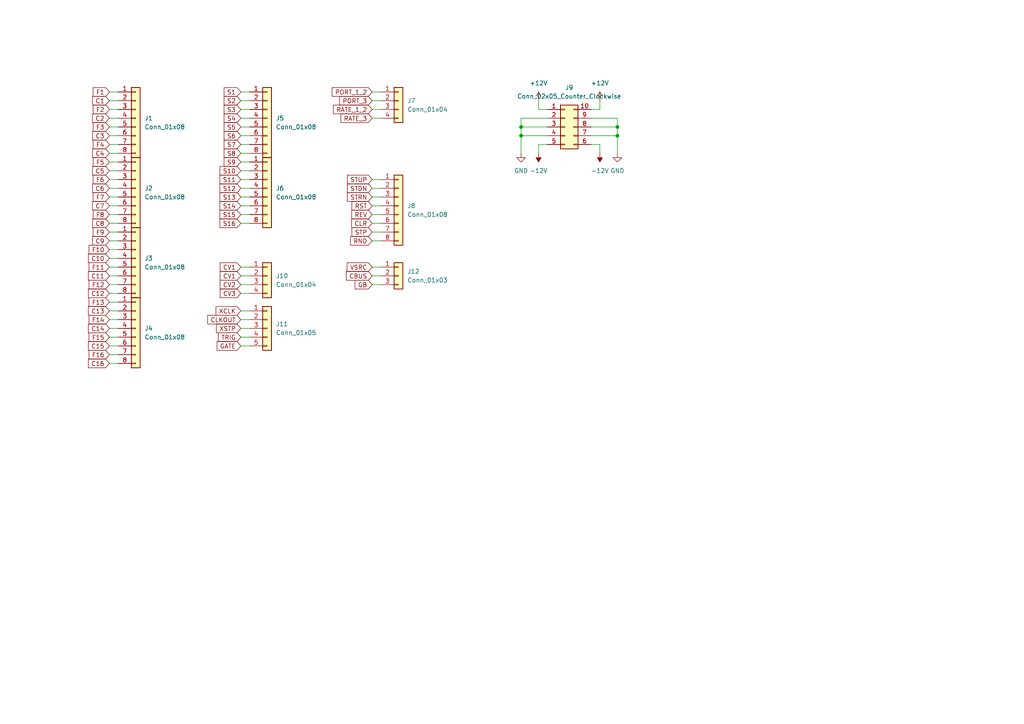
<source format=kicad_sch>
(kicad_sch (version 20230121) (generator eeschema)
  (paper "A4")
  (lib_symbols
    (symbol "Connector_Generic:Conn_01x03" (pin_names (offset 1.016) hide)
      (property "Reference" "J" (at 0 5.08 0))
      (property "Value" "Conn_01x03" (at 0 -5.08 0))
      (symbol "Conn_01x03_1_1"
        (rectangle (start -1.27 -2.413) (end 0 -2.667) (stroke (width 0.1524)))
        (rectangle (start -1.27 0.127) (end 0 -0.127) (stroke (width 0.1524)))
        (rectangle (start -1.27 2.667) (end 0 2.413) (stroke (width 0.1524)))
        (rectangle (start -1.27 3.81) (end 1.27 -3.81) (stroke (width 0.254)) (fill (type background)))
        (pin passive line (at -5.08 2.54 0) (length 3.81) (name "Pin_1") (number "1"))
        (pin passive line (at -5.08 0 0) (length 3.81) (name "Pin_2") (number "2"))
        (pin passive line (at -5.08 -2.54 0) (length 3.81) (name "Pin_3") (number "3"))
      )
    )
    (symbol "Connector_Generic:Conn_01x04" (pin_names (offset 1.016) hide)
      (property "Reference" "J" (at 0 5.08 0))
      (property "Value" "Conn_01x04" (at 0 -7.62 0))
      (symbol "Conn_01x04_1_1"
        (rectangle (start -1.27 -4.953) (end 0 -5.207) (stroke (width 0.1524)))
        (rectangle (start -1.27 -2.413) (end 0 -2.667) (stroke (width 0.1524)))
        (rectangle (start -1.27 0.127) (end 0 -0.127) (stroke (width 0.1524)))
        (rectangle (start -1.27 2.667) (end 0 2.413) (stroke (width 0.1524)))
        (rectangle (start -1.27 3.81) (end 1.27 -6.35) (stroke (width 0.254)) (fill (type background)))
        (pin passive line (at -5.08 2.54 0) (length 3.81) (name "Pin_1") (number "1"))
        (pin passive line (at -5.08 0 0) (length 3.81) (name "Pin_2") (number "2"))
        (pin passive line (at -5.08 -2.54 0) (length 3.81) (name "Pin_3") (number "3"))
        (pin passive line (at -5.08 -5.08 0) (length 3.81) (name "Pin_4") (number "4"))
      )
    )
    (symbol "Connector_Generic:Conn_01x05" (pin_names (offset 1.016) hide)
      (property "Reference" "J" (at 0 7.62 0))
      (property "Value" "Conn_01x05" (at 0 -7.62 0))
      (symbol "Conn_01x05_1_1"
        (rectangle (start -1.27 -4.953) (end 0 -5.207) (stroke (width 0.1524)))
        (rectangle (start -1.27 -2.413) (end 0 -2.667) (stroke (width 0.1524)))
        (rectangle (start -1.27 0.127) (end 0 -0.127) (stroke (width 0.1524)))
        (rectangle (start -1.27 2.667) (end 0 2.413) (stroke (width 0.1524)))
        (rectangle (start -1.27 5.207) (end 0 4.953) (stroke (width 0.1524)))
        (rectangle (start -1.27 6.35) (end 1.27 -6.35) (stroke (width 0.254)) (fill (type background)))
        (pin passive line (at -5.08 5.08 0) (length 3.81) (name "Pin_1") (number "1"))
        (pin passive line (at -5.08 2.54 0) (length 3.81) (name "Pin_2") (number "2"))
        (pin passive line (at -5.08 0 0) (length 3.81) (name "Pin_3") (number "3"))
        (pin passive line (at -5.08 -2.54 0) (length 3.81) (name "Pin_4") (number "4"))
        (pin passive line (at -5.08 -5.08 0) (length 3.81) (name "Pin_5") (number "5"))
      )
    )
    (symbol "Connector_Generic:Conn_01x08" (pin_names (offset 1.016) hide)
      (property "Reference" "J" (at 0 10.16 0))
      (property "Value" "Conn_01x08" (at 0 -12.7 0))
      (symbol "Conn_01x08_1_1"
        (rectangle (start -1.27 -10.033) (end 0 -10.287) (stroke (width 0.1524)))
        (rectangle (start -1.27 -7.493) (end 0 -7.747) (stroke (width 0.1524)))
        (rectangle (start -1.27 -4.953) (end 0 -5.207) (stroke (width 0.1524)))
        (rectangle (start -1.27 -2.413) (end 0 -2.667) (stroke (width 0.1524)))
        (rectangle (start -1.27 0.127) (end 0 -0.127) (stroke (width 0.1524)))
        (rectangle (start -1.27 2.667) (end 0 2.413) (stroke (width 0.1524)))
        (rectangle (start -1.27 5.207) (end 0 4.953) (stroke (width 0.1524)))
        (rectangle (start -1.27 7.747) (end 0 7.493) (stroke (width 0.1524)))
        (rectangle (start -1.27 8.89) (end 1.27 -11.43) (stroke (width 0.254)) (fill (type background)))
        (pin passive line (at -5.08 7.62 0) (length 3.81) (name "Pin_1") (number "1"))
        (pin passive line (at -5.08 5.08 0) (length 3.81) (name "Pin_2") (number "2"))
        (pin passive line (at -5.08 2.54 0) (length 3.81) (name "Pin_3") (number "3"))
        (pin passive line (at -5.08 0 0) (length 3.81) (name "Pin_4") (number "4"))
        (pin passive line (at -5.08 -2.54 0) (length 3.81) (name "Pin_5") (number "5"))
        (pin passive line (at -5.08 -5.08 0) (length 3.81) (name "Pin_6") (number "6"))
        (pin passive line (at -5.08 -7.62 0) (length 3.81) (name "Pin_7") (number "7"))
        (pin passive line (at -5.08 -10.16 0) (length 3.81) (name "Pin_8") (number "8"))
      )
    )
    (symbol "Connector_Generic:Conn_02x05_Counter_Clockwise" (pin_names (offset 1.016) hide)
      (property "Reference" "J" (at 1.27 7.62 0))
      (property "Value" "Conn_02x05_Counter_Clockwise" (at 1.27 -7.62 0))
      (symbol "Conn_02x05_Counter_Clockwise_1_1"
        (rectangle (start -1.27 -4.953) (end 0 -5.207) (stroke (width 0.1524)))
        (rectangle (start -1.27 -2.413) (end 0 -2.667) (stroke (width 0.1524)))
        (rectangle (start -1.27 0.127) (end 0 -0.127) (stroke (width 0.1524)))
        (rectangle (start -1.27 2.667) (end 0 2.413) (stroke (width 0.1524)))
        (rectangle (start -1.27 5.207) (end 0 4.953) (stroke (width 0.1524)))
        (rectangle (start -1.27 6.35) (end 3.81 -6.35) (stroke (width 0.254)) (fill (type background)))
        (rectangle (start 3.81 -4.953) (end 2.54 -5.207) (stroke (width 0.1524)))
        (rectangle (start 3.81 -2.413) (end 2.54 -2.667) (stroke (width 0.1524)))
        (rectangle (start 3.81 0.127) (end 2.54 -0.127) (stroke (width 0.1524)))
        (rectangle (start 3.81 2.667) (end 2.54 2.413) (stroke (width 0.1524)))
        (rectangle (start 3.81 5.207) (end 2.54 4.953) (stroke (width 0.1524)))
        (pin passive line (at -5.08 5.08 0) (length 3.81) (name "Pin_1") (number "1"))
        (pin passive line (at 7.62 5.08 180) (length 3.81) (name "Pin_10") (number "10"))
        (pin passive line (at -5.08 2.54 0) (length 3.81) (name "Pin_2") (number "2"))
        (pin passive line (at -5.08 0 0) (length 3.81) (name "Pin_3") (number "3"))
        (pin passive line (at -5.08 -2.54 0) (length 3.81) (name "Pin_4") (number "4"))
        (pin passive line (at -5.08 -5.08 0) (length 3.81) (name "Pin_5") (number "5"))
        (pin passive line (at 7.62 -5.08 180) (length 3.81) (name "Pin_6") (number "6"))
        (pin passive line (at 7.62 -2.54 180) (length 3.81) (name "Pin_7") (number "7"))
        (pin passive line (at 7.62 0 180) (length 3.81) (name "Pin_8") (number "8"))
        (pin passive line (at 7.62 2.54 180) (length 3.81) (name "Pin_9") (number "9"))
      )
    )
    (symbol "power:+12V" (power) (pin_names (offset 0))
      (property "Value" "+12V" (at 0 3.556 0))
      (symbol "+12V_0_1"
        (polyline (pts (xy -0.762 1.27) (xy 0 2.54)))
        (polyline (pts (xy 0 0) (xy 0 2.54)))
        (polyline (pts (xy 0 2.54) (xy 0.762 1.27)))
      )
      (symbol "+12V_1_1"
        (pin power_in line (at 0 0 90) (length 0) hide (name "+12V") (number "1"))
      )
    )
    (symbol "power:-12V" (power) (pin_names (offset 0))
      (property "Value" "-12V" (at 0 3.81 0))
      (symbol "-12V_0_0"
        (pin power_in line (at 0 0 90) (length 0) hide (name "-12V") (number "1"))
      )
      (symbol "-12V_0_1"
        (polyline (pts (xy 0 0) (xy 0 1.27) (xy 0.762 1.27) (xy 0 2.54) (xy -0.762 1.27) (xy 0 1.27)) (fill (type outline)))
      )
    )
    (symbol "power:GND" (power) (pin_names (offset 0))
      (property "Value" "GND" (at 0 -3.81 0))
      (symbol "GND_0_1"
        (polyline (pts (xy 0 0) (xy 0 -1.27) (xy 1.27 -1.27) (xy 0 -2.54) (xy -1.27 -1.27) (xy 0 -1.27)))
      )
      (symbol "GND_1_1"
        (pin power_in line (at 0 0 270) (length 0) hide (name "GND") (number "1"))
      )
    )
  )
  (junction (at 151.13 36.83))
  (junction (at 179.07 36.83))
  (junction (at 151.13 39.37))
  (junction (at 179.07 39.37))
  (wire (pts (xy 31.75 31.75) (xy 34.29 31.75)))
  (wire (pts (xy 31.75 52.07) (xy 34.29 52.07)))
  (wire (pts (xy 151.13 39.37) (xy 158.75 39.37)))
  (wire (pts (xy 151.13 39.37) (xy 151.13 44.45)))
  (wire (pts (xy 69.85 100.33) (xy 72.39 100.33)))
  (wire (pts (xy 173.99 31.75) (xy 173.99 29.21)))
  (wire (pts (xy 69.85 90.17) (xy 72.39 90.17)))
  (wire (pts (xy 31.75 41.91) (xy 34.29 41.91)))
  (wire (pts (xy 69.85 36.83) (xy 72.39 36.83)))
  (wire (pts (xy 69.85 64.77) (xy 72.39 64.77)))
  (wire (pts (xy 31.75 100.33) (xy 34.29 100.33)))
  (wire (pts (xy 69.85 80.01) (xy 72.39 80.01)))
  (wire (pts (xy 179.07 34.29) (xy 179.07 36.83)))
  (wire (pts (xy 31.75 49.53) (xy 34.29 49.53)))
  (wire (pts (xy 31.75 34.29) (xy 34.29 34.29)))
  (wire (pts (xy 171.45 31.75) (xy 173.99 31.75)))
  (wire (pts (xy 31.75 95.25) (xy 34.29 95.25)))
  (wire (pts (xy 31.75 36.83) (xy 34.29 36.83)))
  (wire (pts (xy 69.85 59.69) (xy 72.39 59.69)))
  (wire (pts (xy 31.75 59.69) (xy 34.29 59.69)))
  (wire (pts (xy 31.75 54.61) (xy 34.29 54.61)))
  (wire (pts (xy 107.95 67.31) (xy 110.49 67.31)))
  (wire (pts (xy 156.21 31.75) (xy 156.21 29.21)))
  (wire (pts (xy 171.45 36.83) (xy 179.07 36.83)))
  (wire (pts (xy 69.85 29.21) (xy 72.39 29.21)))
  (wire (pts (xy 171.45 41.91) (xy 173.99 41.91)))
  (wire (pts (xy 31.75 77.47) (xy 34.29 77.47)))
  (wire (pts (xy 69.85 46.99) (xy 72.39 46.99)))
  (wire (pts (xy 31.75 97.79) (xy 34.29 97.79)))
  (wire (pts (xy 69.85 92.71) (xy 72.39 92.71)))
  (wire (pts (xy 69.85 85.09) (xy 72.39 85.09)))
  (wire (pts (xy 31.75 82.55) (xy 34.29 82.55)))
  (wire (pts (xy 31.75 46.99) (xy 34.29 46.99)))
  (wire (pts (xy 69.85 39.37) (xy 72.39 39.37)))
  (wire (pts (xy 171.45 39.37) (xy 179.07 39.37)))
  (wire (pts (xy 151.13 34.29) (xy 151.13 36.83)))
  (wire (pts (xy 107.95 62.23) (xy 110.49 62.23)))
  (wire (pts (xy 173.99 41.91) (xy 173.99 44.45)))
  (wire (pts (xy 151.13 36.83) (xy 151.13 39.37)))
  (wire (pts (xy 31.75 80.01) (xy 34.29 80.01)))
  (wire (pts (xy 107.95 82.55) (xy 110.49 82.55)))
  (wire (pts (xy 107.95 59.69) (xy 110.49 59.69)))
  (wire (pts (xy 31.75 29.21) (xy 34.29 29.21)))
  (wire (pts (xy 31.75 44.45) (xy 34.29 44.45)))
  (wire (pts (xy 31.75 85.09) (xy 34.29 85.09)))
  (wire (pts (xy 158.75 34.29) (xy 151.13 34.29)))
  (wire (pts (xy 156.21 41.91) (xy 156.21 44.45)))
  (wire (pts (xy 69.85 57.15) (xy 72.39 57.15)))
  (wire (pts (xy 31.75 90.17) (xy 34.29 90.17)))
  (wire (pts (xy 107.95 34.29) (xy 110.49 34.29)))
  (wire (pts (xy 158.75 41.91) (xy 156.21 41.91)))
  (wire (pts (xy 69.85 77.47) (xy 72.39 77.47)))
  (wire (pts (xy 107.95 54.61) (xy 110.49 54.61)))
  (wire (pts (xy 31.75 105.41) (xy 34.29 105.41)))
  (wire (pts (xy 158.75 31.75) (xy 156.21 31.75)))
  (wire (pts (xy 69.85 44.45) (xy 72.39 44.45)))
  (wire (pts (xy 31.75 67.31) (xy 34.29 67.31)))
  (wire (pts (xy 31.75 39.37) (xy 34.29 39.37)))
  (wire (pts (xy 31.75 64.77) (xy 34.29 64.77)))
  (wire (pts (xy 31.75 69.85) (xy 34.29 69.85)))
  (wire (pts (xy 107.95 31.75) (xy 110.49 31.75)))
  (wire (pts (xy 31.75 87.63) (xy 34.29 87.63)))
  (wire (pts (xy 179.07 39.37) (xy 179.07 44.45)))
  (wire (pts (xy 107.95 57.15) (xy 110.49 57.15)))
  (wire (pts (xy 31.75 57.15) (xy 34.29 57.15)))
  (wire (pts (xy 31.75 62.23) (xy 34.29 62.23)))
  (wire (pts (xy 69.85 41.91) (xy 72.39 41.91)))
  (wire (pts (xy 179.07 36.83) (xy 179.07 39.37)))
  (wire (pts (xy 107.95 26.67) (xy 110.49 26.67)))
  (wire (pts (xy 171.45 34.29) (xy 179.07 34.29)))
  (wire (pts (xy 31.75 92.71) (xy 34.29 92.71)))
  (wire (pts (xy 69.85 97.79) (xy 72.39 97.79)))
  (wire (pts (xy 151.13 36.83) (xy 158.75 36.83)))
  (wire (pts (xy 107.95 77.47) (xy 110.49 77.47)))
  (wire (pts (xy 69.85 62.23) (xy 72.39 62.23)))
  (wire (pts (xy 31.75 26.67) (xy 34.29 26.67)))
  (wire (pts (xy 69.85 31.75) (xy 72.39 31.75)))
  (wire (pts (xy 69.85 52.07) (xy 72.39 52.07)))
  (wire (pts (xy 69.85 95.25) (xy 72.39 95.25)))
  (wire (pts (xy 31.75 102.87) (xy 34.29 102.87)))
  (wire (pts (xy 107.95 29.21) (xy 110.49 29.21)))
  (wire (pts (xy 69.85 82.55) (xy 72.39 82.55)))
  (wire (pts (xy 69.85 54.61) (xy 72.39 54.61)))
  (wire (pts (xy 107.95 64.77) (xy 110.49 64.77)))
  (wire (pts (xy 107.95 69.85) (xy 110.49 69.85)))
  (wire (pts (xy 107.95 52.07) (xy 110.49 52.07)))
  (wire (pts (xy 31.75 74.93) (xy 34.29 74.93)))
  (wire (pts (xy 107.95 80.01) (xy 110.49 80.01)))
  (wire (pts (xy 31.75 72.39) (xy 34.29 72.39)))
  (wire (pts (xy 69.85 49.53) (xy 72.39 49.53)))
  (wire (pts (xy 69.85 34.29) (xy 72.39 34.29)))
  (wire (pts (xy 69.85 26.67) (xy 72.39 26.67)))
  (global_label "F16" (shape input) (at 31.75 102.87 180) (property "Intersheetrefs" "${INTERSHEET_REFS}" (effects hide)))
  (global_label "CV2" (shape input) (at 69.85 82.55 180) (property "Intersheetrefs" "${INTERSHEET_REFS}" (effects hide)))
  (global_label "XCLK" (shape input) (at 69.85 90.17 180) (property "Intersheetrefs" "${INTERSHEET_REFS}" (effects hide)))
  (global_label "C12" (shape input) (at 31.75 85.09 180) (property "Intersheetrefs" "${INTERSHEET_REFS}" (effects hide)))
  (global_label "CBUS" (shape input) (at 107.95 80.01 180) (property "Intersheetrefs" "${INTERSHEET_REFS}" (effects hide)))
  (global_label "F9" (shape input) (at 31.75 67.31 180) (property "Intersheetrefs" "${INTERSHEET_REFS}" (effects hide)))
  (global_label "F12" (shape input) (at 31.75 82.55 180) (property "Intersheetrefs" "${INTERSHEET_REFS}" (effects hide)))
  (global_label "CLKOUT" (shape input) (at 69.85 92.71 180) (property "Intersheetrefs" "${INTERSHEET_REFS}" (effects hide)))
  (global_label "F5" (shape input) (at 31.75 46.99 180) (property "Intersheetrefs" "${INTERSHEET_REFS}" (effects hide)))
  (global_label "STUP" (shape input) (at 107.95 52.07 180) (property "Intersheetrefs" "${INTERSHEET_REFS}" (effects hide)))
  (global_label "S1" (shape input) (at 69.85 26.67 180) (property "Intersheetrefs" "${INTERSHEET_REFS}" (effects hide)))
  (global_label "S5" (shape input) (at 69.85 36.83 180) (property "Intersheetrefs" "${INTERSHEET_REFS}" (effects hide)))
  (global_label "CV1" (shape input) (at 69.85 80.01 180) (property "Intersheetrefs" "${INTERSHEET_REFS}" (effects hide)))
  (global_label "C8" (shape input) (at 31.75 64.77 180) (property "Intersheetrefs" "${INTERSHEET_REFS}" (effects hide)))
  (global_label "GATE" (shape input) (at 69.85 100.33 180) (property "Intersheetrefs" "${INTERSHEET_REFS}" (effects hide)))
  (global_label "REV" (shape input) (at 107.95 62.23 180) (property "Intersheetrefs" "${INTERSHEET_REFS}" (effects hide)))
  (global_label "F6" (shape input) (at 31.75 52.07 180) (property "Intersheetrefs" "${INTERSHEET_REFS}" (effects hide)))
  (global_label "S9" (shape input) (at 69.85 46.99 180) (property "Intersheetrefs" "${INTERSHEET_REFS}" (effects hide)))
  (global_label "C5" (shape input) (at 31.75 49.53 180) (property "Intersheetrefs" "${INTERSHEET_REFS}" (effects hide)))
  (global_label "CV1" (shape input) (at 69.85 77.47 180) (property "Intersheetrefs" "${INTERSHEET_REFS}" (effects hide)))
  (global_label "C15" (shape input) (at 31.75 100.33 180) (property "Intersheetrefs" "${INTERSHEET_REFS}" (effects hide)))
  (global_label "PORT_1_2" (shape input) (at 107.95 26.67 180) (property "Intersheetrefs" "${INTERSHEET_REFS}" (effects hide)))
  (global_label "F2" (shape input) (at 31.75 31.75 180) (property "Intersheetrefs" "${INTERSHEET_REFS}" (effects hide)))
  (global_label "F7" (shape input) (at 31.75 57.15 180) (property "Intersheetrefs" "${INTERSHEET_REFS}" (effects hide)))
  (global_label "S10" (shape input) (at 69.85 49.53 180) (property "Intersheetrefs" "${INTERSHEET_REFS}" (effects hide)))
  (global_label "C10" (shape input) (at 31.75 74.93 180) (property "Intersheetrefs" "${INTERSHEET_REFS}" (effects hide)))
  (global_label "S4" (shape input) (at 69.85 34.29 180) (property "Intersheetrefs" "${INTERSHEET_REFS}" (effects hide)))
  (global_label "C9" (shape input) (at 31.75 69.85 180) (property "Intersheetrefs" "${INTERSHEET_REFS}" (effects hide)))
  (global_label "S6" (shape input) (at 69.85 39.37 180) (property "Intersheetrefs" "${INTERSHEET_REFS}" (effects hide)))
  (global_label "S11" (shape input) (at 69.85 52.07 180) (property "Intersheetrefs" "${INTERSHEET_REFS}" (effects hide)))
  (global_label "XSTP" (shape input) (at 69.85 95.25 180) (property "Intersheetrefs" "${INTERSHEET_REFS}" (effects hide)))
  (global_label "S12" (shape input) (at 69.85 54.61 180) (property "Intersheetrefs" "${INTERSHEET_REFS}" (effects hide)))
  (global_label "C7" (shape input) (at 31.75 59.69 180) (property "Intersheetrefs" "${INTERSHEET_REFS}" (effects hide)))
  (global_label "F1" (shape input) (at 31.75 26.67 180) (property "Intersheetrefs" "${INTERSHEET_REFS}" (effects hide)))
  (global_label "RND" (shape input) (at 107.95 69.85 180) (property "Intersheetrefs" "${INTERSHEET_REFS}" (effects hide)))
  (global_label "F15" (shape input) (at 31.75 97.79 180) (property "Intersheetrefs" "${INTERSHEET_REFS}" (effects hide)))
  (global_label "F8" (shape input) (at 31.75 62.23 180) (property "Intersheetrefs" "${INTERSHEET_REFS}" (effects hide)))
  (global_label "RST" (shape input) (at 107.95 59.69 180) (property "Intersheetrefs" "${INTERSHEET_REFS}" (effects hide)))
  (global_label "C6" (shape input) (at 31.75 54.61 180) (property "Intersheetrefs" "${INTERSHEET_REFS}" (effects hide)))
  (global_label "F14" (shape input) (at 31.75 92.71 180) (property "Intersheetrefs" "${INTERSHEET_REFS}" (effects hide)))
  (global_label "S13" (shape input) (at 69.85 57.15 180) (property "Intersheetrefs" "${INTERSHEET_REFS}" (effects hide)))
  (global_label "RATE_1_2" (shape input) (at 107.95 31.75 180) (property "Intersheetrefs" "${INTERSHEET_REFS}" (effects hide)))
  (global_label "F10" (shape input) (at 31.75 72.39 180) (property "Intersheetrefs" "${INTERSHEET_REFS}" (effects hide)))
  (global_label "TRIG" (shape input) (at 69.85 97.79 180) (property "Intersheetrefs" "${INTERSHEET_REFS}" (effects hide)))
  (global_label "S7" (shape input) (at 69.85 41.91 180) (property "Intersheetrefs" "${INTERSHEET_REFS}" (effects hide)))
  (global_label "F13" (shape input) (at 31.75 87.63 180) (property "Intersheetrefs" "${INTERSHEET_REFS}" (effects hide)))
  (global_label "VSRC" (shape input) (at 107.95 77.47 180) (property "Intersheetrefs" "${INTERSHEET_REFS}" (effects hide)))
  (global_label "F11" (shape input) (at 31.75 77.47 180) (property "Intersheetrefs" "${INTERSHEET_REFS}" (effects hide)))
  (global_label "CLR" (shape input) (at 107.95 64.77 180) (property "Intersheetrefs" "${INTERSHEET_REFS}" (effects hide)))
  (global_label "S8" (shape input) (at 69.85 44.45 180) (property "Intersheetrefs" "${INTERSHEET_REFS}" (effects hide)))
  (global_label "S15" (shape input) (at 69.85 62.23 180) (property "Intersheetrefs" "${INTERSHEET_REFS}" (effects hide)))
  (global_label "C2" (shape input) (at 31.75 34.29 180) (property "Intersheetrefs" "${INTERSHEET_REFS}" (effects hide)))
  (global_label "C14" (shape input) (at 31.75 95.25 180) (property "Intersheetrefs" "${INTERSHEET_REFS}" (effects hide)))
  (global_label "STP" (shape input) (at 107.95 67.31 180) (property "Intersheetrefs" "${INTERSHEET_REFS}" (effects hide)))
  (global_label "GB" (shape input) (at 107.95 82.55 180) (property "Intersheetrefs" "${INTERSHEET_REFS}" (effects hide)))
  (global_label "STRN" (shape input) (at 107.95 57.15 180) (property "Intersheetrefs" "${INTERSHEET_REFS}" (effects hide)))
  (global_label "C3" (shape input) (at 31.75 39.37 180) (property "Intersheetrefs" "${INTERSHEET_REFS}" (effects hide)))
  (global_label "C13" (shape input) (at 31.75 90.17 180) (property "Intersheetrefs" "${INTERSHEET_REFS}" (effects hide)))
  (global_label "S16" (shape input) (at 69.85 64.77 180) (property "Intersheetrefs" "${INTERSHEET_REFS}" (effects hide)))
  (global_label "C4" (shape input) (at 31.75 44.45 180) (property "Intersheetrefs" "${INTERSHEET_REFS}" (effects hide)))
  (global_label "STDN" (shape input) (at 107.95 54.61 180) (property "Intersheetrefs" "${INTERSHEET_REFS}" (effects hide)))
  (global_label "S3" (shape input) (at 69.85 31.75 180) (property "Intersheetrefs" "${INTERSHEET_REFS}" (effects hide)))
  (global_label "RATE_3" (shape input) (at 107.95 34.29 180) (property "Intersheetrefs" "${INTERSHEET_REFS}" (effects hide)))
  (global_label "PORT_3" (shape input) (at 107.95 29.21 180) (property "Intersheetrefs" "${INTERSHEET_REFS}" (effects hide)))
  (global_label "S14" (shape input) (at 69.85 59.69 180) (property "Intersheetrefs" "${INTERSHEET_REFS}" (effects hide)))
  (global_label "F4" (shape input) (at 31.75 41.91 180) (property "Intersheetrefs" "${INTERSHEET_REFS}" (effects hide)))
  (global_label "C16" (shape input) (at 31.75 105.41 180) (property "Intersheetrefs" "${INTERSHEET_REFS}" (effects hide)))
  (global_label "S2" (shape input) (at 69.85 29.21 180) (property "Intersheetrefs" "${INTERSHEET_REFS}" (effects hide)))
  (global_label "C11" (shape input) (at 31.75 80.01 180) (property "Intersheetrefs" "${INTERSHEET_REFS}" (effects hide)))
  (global_label "F3" (shape input) (at 31.75 36.83 180) (property "Intersheetrefs" "${INTERSHEET_REFS}" (effects hide)))
  (global_label "C1" (shape input) (at 31.75 29.21 180) (property "Intersheetrefs" "${INTERSHEET_REFS}" (effects hide)))
  (global_label "CV3" (shape input) (at 69.85 85.09 180) (property "Intersheetrefs" "${INTERSHEET_REFS}" (effects hide)))
  (symbol (lib_id "Connector_Generic:Conn_01x08") (at 39.37 74.93 0) (unit 1)
    (property "Reference" "J3" (at 41.91 74.93 0) (effects (justify left)))
    (property "Value" "Conn_01x08" (at 41.91 77.47 0) (effects (justify left)))
    (property "Footprint" "Connector_PinHeader_2.54mm:PinHeader_1x08_P2.54mm_Vertical" (effects hide))
  )
  (symbol (lib_id "Connector_Generic:Conn_01x05") (at 77.47 95.25 0) (unit 1)
    (property "Reference" "J11" (at 80.01 93.98 0) (effects (justify left)))
    (property "Value" "Conn_01x05" (at 80.01 96.52 0) (effects (justify left)))
    (property "Footprint" "Connector_PinHeader_2.54mm:PinHeader_1x05_P2.54mm_Vertical" (effects hide))
  )
  (symbol (lib_id "power:GND") (at 179.07 44.45 0) (unit 1)
    (property "Reference" "#PWR039" (effects hide))
    (property "Value" "GND" (at 179.07 49.53 0))
  )
  (symbol (lib_id "power:-12V") (at 173.99 44.45 180) (unit 1)
    (property "Reference" "#PWR041" (effects hide))
    (property "Value" "-12V" (at 173.99 49.53 0))
  )
  (symbol (lib_id "Connector_Generic:Conn_01x08") (at 77.47 34.29 0) (unit 1)
    (property "Reference" "J5" (at 80.01 34.29 0) (effects (justify left)))
    (property "Value" "Conn_01x08" (at 80.01 36.83 0) (effects (justify left)))
    (property "Footprint" "Connector_PinHeader_2.54mm:PinHeader_1x08_P2.54mm_Vertical" (effects hide))
  )
  (symbol (lib_id "Connector_Generic:Conn_01x04") (at 77.47 80.01 0) (unit 1)
    (property "Reference" "J10" (at 80.01 80.01 0) (effects (justify left)))
    (property "Value" "Conn_01x04" (at 80.01 82.55 0) (effects (justify left)))
    (property "Footprint" "Connector_PinHeader_2.54mm:PinHeader_1x04_P2.54mm_Vertical" (effects hide))
  )
  (symbol (lib_id "power:+12V") (at 173.99 29.21 0) (unit 1)
    (property "Reference" "#PWR040" (effects hide))
    (property "Value" "+12V" (at 173.99 24.13 0))
  )
  (symbol (lib_id "power:GND") (at 151.13 44.45 0) (unit 1)
    (property "Reference" "#PWR044" (effects hide))
    (property "Value" "GND" (at 151.13 49.53 0))
  )
  (symbol (lib_id "Connector_Generic:Conn_01x08") (at 39.37 34.29 0) (unit 1)
    (property "Reference" "J1" (at 41.91 34.29 0) (effects (justify left)))
    (property "Value" "Conn_01x08" (at 41.91 36.83 0) (effects (justify left)))
    (property "Footprint" "Connector_PinHeader_2.54mm:PinHeader_1x08_P2.54mm_Vertical" (effects hide))
  )
  (symbol (lib_id "Connector_Generic:Conn_01x08") (at 115.57 59.69 0) (unit 1)
    (property "Reference" "J8" (at 118.11 59.69 0) (effects (justify left)))
    (property "Value" "Conn_01x08" (at 118.11 62.23 0) (effects (justify left)))
    (property "Footprint" "Connector_PinHeader_2.54mm:PinHeader_1x08_P2.54mm_Vertical" (effects hide))
  )
  (symbol (lib_id "Connector_Generic:Conn_01x08") (at 77.47 54.61 0) (unit 1)
    (property "Reference" "J6" (at 80.01 54.61 0) (effects (justify left)))
    (property "Value" "Conn_01x08" (at 80.01 57.15 0) (effects (justify left)))
    (property "Footprint" "Connector_PinHeader_2.54mm:PinHeader_1x08_P2.54mm_Vertical" (effects hide))
  )
  (symbol (lib_id "power:-12V") (at 156.21 44.45 180) (unit 1)
    (property "Reference" "#PWR043" (effects hide))
    (property "Value" "-12V" (at 156.21 49.53 0))
  )
  (symbol (lib_id "Connector_Generic:Conn_01x04") (at 115.57 29.21 0) (unit 1)
    (property "Reference" "J7" (at 118.11 29.21 0) (effects (justify left)))
    (property "Value" "Conn_01x04" (at 118.11 31.75 0) (effects (justify left)))
    (property "Footprint" "Connector_PinHeader_2.54mm:PinHeader_1x04_P2.54mm_Vertical" (effects hide))
  )
  (symbol (lib_id "Connector_Generic:Conn_02x05_Counter_Clockwise") (at 163.83 36.83 0) (unit 1)
    (property "Reference" "J9" (at 165.1 25.4 0))
    (property "Value" "Conn_02x05_Counter_Clockwise" (at 165.1 27.94 0))
    (property "Footprint" "Connector_PinHeader_2.54mm:PinHeader_2x05_P2.54mm_Vertical" (effects hide))
  )
  (symbol (lib_id "Connector_Generic:Conn_01x03") (at 115.57 80.01 0) (unit 1)
    (property "Reference" "J12" (at 118.11 78.74 0) (effects (justify left)))
    (property "Value" "Conn_01x03" (at 118.11 81.28 0) (effects (justify left)))
    (property "Footprint" "Connector_PinHeader_2.54mm:PinHeader_1x03_P2.54mm_Vertical" (effects hide))
  )
  (symbol (lib_id "Connector_Generic:Conn_01x08") (at 39.37 54.61 0) (unit 1)
    (property "Reference" "J2" (at 41.91 54.61 0) (effects (justify left)))
    (property "Value" "Conn_01x08" (at 41.91 57.15 0) (effects (justify left)))
    (property "Footprint" "Connector_PinHeader_2.54mm:PinHeader_1x08_P2.54mm_Vertical" (effects hide))
  )
  (symbol (lib_id "power:+12V") (at 156.21 29.21 0) (unit 1)
    (property "Reference" "#PWR042" (effects hide))
    (property "Value" "+12V" (at 156.21 24.13 0))
  )
  (symbol (lib_id "Connector_Generic:Conn_01x08") (at 39.37 95.25 0) (unit 1)
    (property "Reference" "J4" (at 41.91 95.25 0) (effects (justify left)))
    (property "Value" "Conn_01x08" (at 41.91 97.79 0) (effects (justify left)))
    (property "Footprint" "Connector_PinHeader_2.54mm:PinHeader_1x08_P2.54mm_Vertical" (effects hide))
  )
)
</source>
